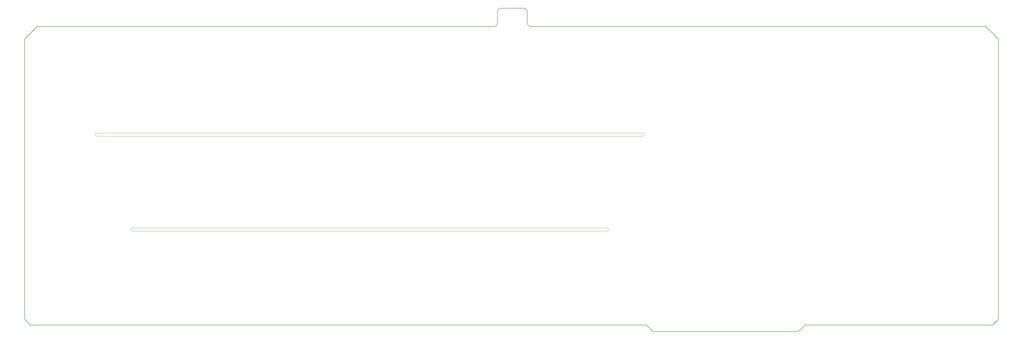
<source format=gbr>
%TF.GenerationSoftware,KiCad,Pcbnew,(5.1.10)-1*%
%TF.CreationDate,2022-05-13T21:34:30+07:00*%
%TF.ProjectId,Parallel,50617261-6c6c-4656-9c2e-6b696361645f,rev?*%
%TF.SameCoordinates,Original*%
%TF.FileFunction,Profile,NP*%
%FSLAX46Y46*%
G04 Gerber Fmt 4.6, Leading zero omitted, Abs format (unit mm)*
G04 Created by KiCad (PCBNEW (5.1.10)-1) date 2022-05-13 21:34:30*
%MOMM*%
%LPD*%
G01*
G04 APERTURE LIST*
%TA.AperFunction,Profile*%
%ADD10C,0.050000*%
%TD*%
%TA.AperFunction,Profile*%
%ADD11C,0.200000*%
%TD*%
G04 APERTURE END LIST*
D10*
X40481394Y-91137752D02*
G75*
G02*
X40481394Y-89837752I0J650000D01*
G01*
X26193750Y-53012500D02*
G75*
G02*
X26193750Y-51762500I0J625000D01*
G01*
X245268750Y-51762500D02*
G75*
G02*
X245268750Y-53012500I0J-625000D01*
G01*
D11*
X-2856000Y-14050001D02*
X2144000Y-9050000D01*
X388143999Y-14080001D02*
X383060555Y-9050607D01*
X385763472Y-128939828D02*
X310456251Y-128885481D01*
X388144000Y-126559300D02*
X385763472Y-128939828D01*
X307777338Y-131564394D02*
X310456251Y-128885481D01*
X249436566Y-131564394D02*
X307777338Y-131564394D01*
X246757653Y-128885481D02*
X249436566Y-131564394D01*
X-528519Y-128885481D02*
X246757653Y-128885481D01*
X-2856000Y-126558000D02*
X-528519Y-128885481D01*
D10*
X40481352Y-91137728D02*
X230981832Y-91137728D01*
X230981832Y-89837728D02*
X40481352Y-89837728D01*
X230981832Y-89837728D02*
G75*
G02*
X230981832Y-91137728I0J-650000D01*
G01*
X245268750Y-51762500D02*
X26193750Y-51762500D01*
X26193750Y-53012500D02*
X245268750Y-53012500D01*
D11*
X388143999Y-14080001D02*
X388144000Y-126559300D01*
X200464000Y-9050000D02*
X383060555Y-9050607D01*
X200463999Y-9050001D02*
G75*
G02*
X198964000Y-7550000I1J1500000D01*
G01*
X198964000Y-3150000D02*
X198964000Y-7550000D01*
X197463999Y-1650001D02*
G75*
G02*
X198964000Y-3150000I1J-1500000D01*
G01*
X188454000Y-1650000D02*
X197464000Y-1650001D01*
X186954000Y-3150000D02*
G75*
G02*
X188454000Y-1650000I1500000J0D01*
G01*
X186953999Y-7550000D02*
X186954000Y-3150000D01*
X186953999Y-7550001D02*
G75*
G02*
X185454000Y-9050000I-1499999J0D01*
G01*
X2144000Y-9050000D02*
X185454000Y-9050000D01*
X-2856000Y-126558000D02*
X-2856000Y-14050001D01*
M02*

</source>
